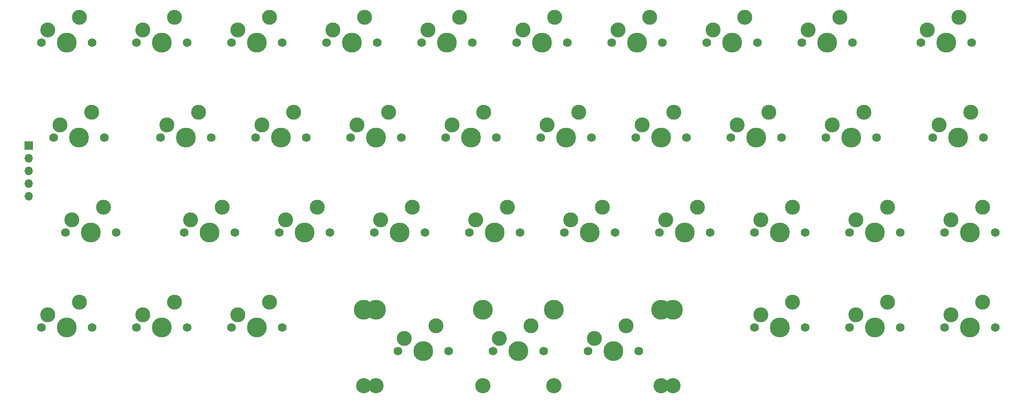
<source format=gts>
%TF.GenerationSoftware,KiCad,Pcbnew,7.0.6*%
%TF.CreationDate,2023-07-31T23:10:21-04:00*%
%TF.ProjectId,cutiepie2040-hotswap,63757469-6570-4696-9532-3034302d686f,rev?*%
%TF.SameCoordinates,PX2d6b3a0PY6f46b48*%
%TF.FileFunction,Soldermask,Top*%
%TF.FilePolarity,Negative*%
%FSLAX46Y46*%
G04 Gerber Fmt 4.6, Leading zero omitted, Abs format (unit mm)*
G04 Created by KiCad (PCBNEW 7.0.6) date 2023-07-31 23:10:21*
%MOMM*%
%LPD*%
G01*
G04 APERTURE LIST*
%ADD10C,1.750000*%
%ADD11C,3.000000*%
%ADD12C,3.987800*%
%ADD13C,3.048000*%
%ADD14R,1.700000X1.700000*%
%ADD15O,1.700000X1.700000*%
G04 APERTURE END LIST*
D10*
%TO.C,MX35*%
X190817380Y71437794D03*
D11*
X188277380Y76517794D03*
D12*
X185737380Y71437794D03*
D11*
X181927380Y73977794D03*
D10*
X180657380Y71437794D03*
%TD*%
%TO.C,MX4*%
X14604880Y14287794D03*
D11*
X12064880Y19367794D03*
D12*
X9524880Y14287794D03*
D11*
X5714880Y16827794D03*
D10*
X4444880Y14287794D03*
%TD*%
%TO.C,MX1*%
X14604880Y71437794D03*
D11*
X12064880Y76517794D03*
D12*
X9524880Y71437794D03*
D11*
X5714880Y73977794D03*
D10*
X4444880Y71437794D03*
%TD*%
%TO.C,MX22*%
X119379880Y33337794D03*
D11*
X116839880Y38417794D03*
D12*
X114299880Y33337794D03*
D11*
X110489880Y35877794D03*
D10*
X109219880Y33337794D03*
%TD*%
%TO.C,MX17*%
X95567380Y52387794D03*
D11*
X93027380Y57467794D03*
D12*
X90487380Y52387794D03*
D11*
X86677380Y54927794D03*
D10*
X85407380Y52387794D03*
%TD*%
%TO.C,MX2*%
X16986130Y52387794D03*
D11*
X14446130Y57467794D03*
D12*
X11906130Y52387794D03*
D11*
X8096130Y54927794D03*
D10*
X6826130Y52387794D03*
%TD*%
%TO.C,MX11*%
X62229880Y33337794D03*
D11*
X59689880Y38417794D03*
D12*
X57149880Y33337794D03*
D11*
X53339880Y35877794D03*
D10*
X52069880Y33337794D03*
%TD*%
%TO.C,MX10*%
X57467380Y52387794D03*
D11*
X54927380Y57467794D03*
D12*
X52387380Y52387794D03*
D11*
X48577380Y54927794D03*
D10*
X47307380Y52387794D03*
%TD*%
%TO.C,MX18*%
X100329880Y33337794D03*
D11*
X97789880Y38417794D03*
D12*
X95249880Y33337794D03*
D11*
X91439880Y35877794D03*
D10*
X90169880Y33337794D03*
%TD*%
%TO.C,MX30*%
X157479880Y14287794D03*
D11*
X154939880Y19367794D03*
D12*
X152399880Y14287794D03*
D11*
X148589880Y16827794D03*
D10*
X147319880Y14287794D03*
%TD*%
D13*
%TO.C,MX23*%
X131000380Y2540024D03*
D12*
X131000380Y17780024D03*
D10*
X124142380Y9525024D03*
D11*
X121602380Y14605024D03*
D12*
X119062380Y9525024D03*
D11*
X115252380Y12065024D03*
D10*
X113982380Y9525024D03*
D13*
X107124380Y2540024D03*
D12*
X107124380Y17780024D03*
%TD*%
D10*
%TO.C,MX33*%
X176529880Y33337794D03*
D11*
X173989880Y38417794D03*
D12*
X171449880Y33337794D03*
D11*
X167639880Y35877794D03*
D10*
X166369880Y33337794D03*
%TD*%
%TO.C,MX13*%
X71754880Y71437794D03*
D11*
X69214880Y76517794D03*
D12*
X66674880Y71437794D03*
D11*
X62864880Y73977794D03*
D10*
X61594880Y71437794D03*
%TD*%
%TO.C,MX29*%
X157479880Y33337794D03*
D11*
X154939880Y38417794D03*
D12*
X152399880Y33337794D03*
D11*
X148589880Y35877794D03*
D10*
X147319880Y33337794D03*
%TD*%
%TO.C,MX15*%
X81279880Y33337794D03*
D11*
X78739880Y38417794D03*
D12*
X76199880Y33337794D03*
D11*
X72389880Y35877794D03*
D10*
X71119880Y33337794D03*
%TD*%
D13*
%TO.C,MX39*%
X128587380Y2540024D03*
D12*
X128587380Y17780024D03*
D10*
X105092380Y9525024D03*
D11*
X102552380Y14605024D03*
D12*
X100012380Y9525024D03*
D11*
X96202380Y12065024D03*
D10*
X94932380Y9525024D03*
D13*
X71437380Y2540024D03*
D12*
X71437380Y17780024D03*
%TD*%
D10*
%TO.C,MX14*%
X76517380Y52387794D03*
D11*
X73977380Y57467794D03*
D12*
X71437380Y52387794D03*
D11*
X67627380Y54927794D03*
D10*
X66357380Y52387794D03*
%TD*%
%TO.C,MX16*%
X90804880Y71437794D03*
D11*
X88264880Y76517794D03*
D12*
X85724880Y71437794D03*
D11*
X81914880Y73977794D03*
D10*
X80644880Y71437794D03*
%TD*%
%TO.C,MX5*%
X33654880Y71437794D03*
D11*
X31114880Y76517794D03*
D12*
X28574880Y71437794D03*
D11*
X24764880Y73977794D03*
D10*
X23494880Y71437794D03*
%TD*%
%TO.C,MX24*%
X128904880Y71437794D03*
D11*
X126364880Y76517794D03*
D12*
X123824880Y71437794D03*
D11*
X120014880Y73977794D03*
D10*
X118744880Y71437794D03*
%TD*%
%TO.C,MX21*%
X114617380Y52387794D03*
D11*
X112077380Y57467794D03*
D12*
X109537380Y52387794D03*
D11*
X105727380Y54927794D03*
D10*
X104457380Y52387794D03*
%TD*%
%TO.C,MX32*%
X171767380Y52387794D03*
D11*
X169227380Y57467794D03*
D12*
X166687380Y52387794D03*
D11*
X162877380Y54927794D03*
D10*
X161607380Y52387794D03*
%TD*%
%TO.C,MX38*%
X195579880Y14287794D03*
D11*
X193039880Y19367794D03*
D12*
X190499880Y14287794D03*
D11*
X186689880Y16827794D03*
D10*
X185419880Y14287794D03*
%TD*%
%TO.C,MX20*%
X109854880Y71437794D03*
D11*
X107314880Y76517794D03*
D12*
X104774880Y71437794D03*
D11*
X100964880Y73977794D03*
D10*
X99694880Y71437794D03*
%TD*%
%TO.C,MX6*%
X38417380Y52387794D03*
D11*
X35877380Y57467794D03*
D12*
X33337380Y52387794D03*
D11*
X29527380Y54927794D03*
D10*
X28257380Y52387794D03*
%TD*%
%TO.C,MX36*%
X193198630Y52387794D03*
D11*
X190658630Y57467794D03*
D12*
X188118630Y52387794D03*
D11*
X184308630Y54927794D03*
D10*
X183038630Y52387794D03*
%TD*%
%TO.C,MX37*%
X195579880Y33337794D03*
D11*
X193039880Y38417794D03*
D12*
X190499880Y33337794D03*
D11*
X186689880Y35877794D03*
D10*
X185419880Y33337794D03*
%TD*%
%TO.C,MX8*%
X33654880Y14287794D03*
D11*
X31114880Y19367794D03*
D12*
X28574880Y14287794D03*
D11*
X24764880Y16827794D03*
D10*
X23494880Y14287794D03*
%TD*%
%TO.C,MX26*%
X138429880Y33337794D03*
D11*
X135889880Y38417794D03*
D12*
X133349880Y33337794D03*
D11*
X129539880Y35877794D03*
D10*
X128269880Y33337794D03*
%TD*%
%TO.C,MX9*%
X52704880Y71437794D03*
D11*
X50164880Y76517794D03*
D12*
X47624880Y71437794D03*
D11*
X43814880Y73977794D03*
D10*
X42544880Y71437794D03*
%TD*%
%TO.C,MX7*%
X43179880Y33337794D03*
D11*
X40639880Y38417794D03*
D12*
X38099880Y33337794D03*
D11*
X34289880Y35877794D03*
D10*
X33019880Y33337794D03*
%TD*%
%TO.C,MX12*%
X52704880Y14287794D03*
D11*
X50164880Y19367794D03*
D12*
X47624880Y14287794D03*
D11*
X43814880Y16827794D03*
D10*
X42544880Y14287794D03*
%TD*%
%TO.C,MX3*%
X19367380Y33337794D03*
D11*
X16827380Y38417794D03*
D12*
X14287380Y33337794D03*
D11*
X10477380Y35877794D03*
D10*
X9207380Y33337794D03*
%TD*%
%TO.C,MX27*%
X147954880Y71437794D03*
D11*
X145414880Y76517794D03*
D12*
X142874880Y71437794D03*
D11*
X139064880Y73977794D03*
D10*
X137794880Y71437794D03*
%TD*%
D14*
%TO.C,J2*%
X1849880Y50712794D03*
D15*
X1849880Y48172794D03*
X1849880Y45632794D03*
X1849880Y43092794D03*
X1849880Y40552794D03*
%TD*%
D10*
%TO.C,MX28*%
X152717380Y52387794D03*
D11*
X150177380Y57467794D03*
D12*
X147637380Y52387794D03*
D11*
X143827380Y54927794D03*
D10*
X142557380Y52387794D03*
%TD*%
%TO.C,MX25*%
X133667380Y52387794D03*
D11*
X131127380Y57467794D03*
D12*
X128587380Y52387794D03*
D11*
X124777380Y54927794D03*
D10*
X123507380Y52387794D03*
%TD*%
%TO.C,MX34*%
X176529880Y14287794D03*
D11*
X173989880Y19367794D03*
D12*
X171449880Y14287794D03*
D11*
X167639880Y16827794D03*
D10*
X166369880Y14287794D03*
%TD*%
D13*
%TO.C,MX19*%
X92900380Y2540294D03*
D12*
X92900380Y17780294D03*
D10*
X86042380Y9525294D03*
D11*
X83502380Y14605294D03*
D12*
X80962380Y9525294D03*
D11*
X77152380Y12065294D03*
D10*
X75882380Y9525294D03*
D13*
X69024380Y2540294D03*
D12*
X69024380Y17780294D03*
%TD*%
D10*
%TO.C,MX31*%
X167004880Y71437794D03*
D11*
X164464880Y76517794D03*
D12*
X161924880Y71437794D03*
D11*
X158114880Y73977794D03*
D10*
X156844880Y71437794D03*
%TD*%
M02*

</source>
